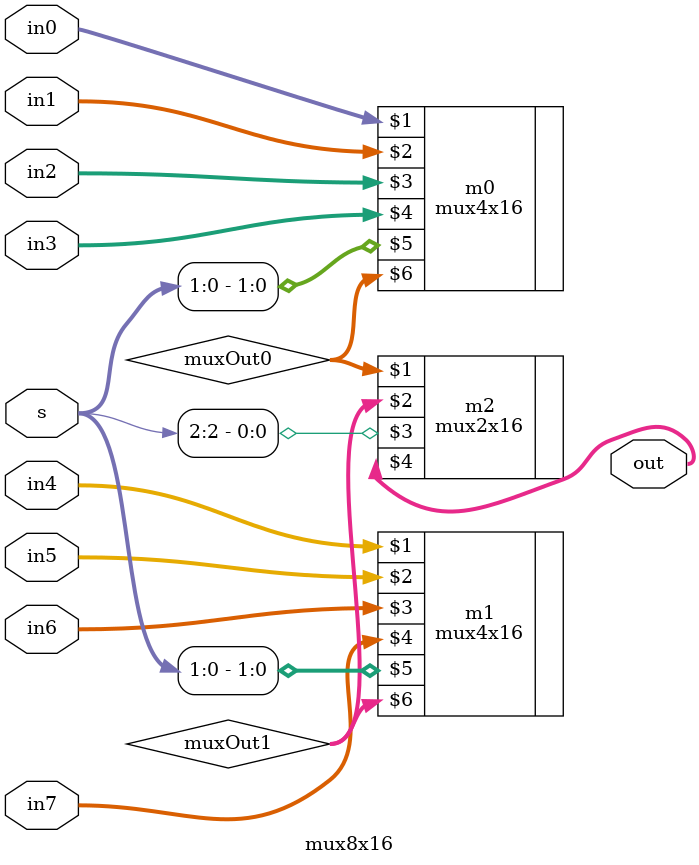
<source format=v>
module mux8x16 (
input [15:0] in0, in1, in2, in3, in4, in5, in6, in7,
input [2:0] s,
output [15:0] out
);

wire [15:0] muxOut0, muxOut1;

mux4x16 m0(in0, in1, in2, in3, s[1:0], muxOut0);
mux4x16 m1(in4, in5, in6, in7, s[1:0], muxOut1);
mux2x16 m2(muxOut0, muxOut1, s[2], out);


endmodule 
</source>
